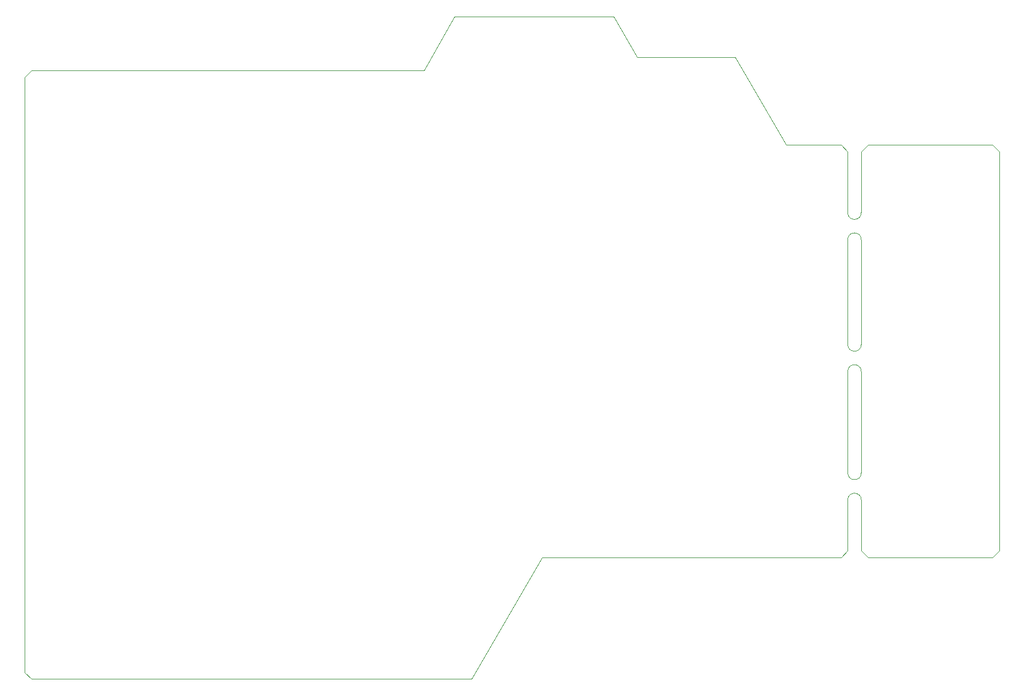
<source format=gbr>
%TF.GenerationSoftware,KiCad,Pcbnew,(6.0.4)*%
%TF.CreationDate,2022-05-02T18:01:09+08:00*%
%TF.ProjectId,RP2040 Board V1.0,52503230-3430-4204-926f-617264205631,rev?*%
%TF.SameCoordinates,Original*%
%TF.FileFunction,Profile,NP*%
%FSLAX46Y46*%
G04 Gerber Fmt 4.6, Leading zero omitted, Abs format (unit mm)*
G04 Created by KiCad (PCBNEW (6.0.4)) date 2022-05-02 18:01:09*
%MOMM*%
%LPD*%
G01*
G04 APERTURE LIST*
%TA.AperFunction,Profile*%
%ADD10C,0.100000*%
%TD*%
G04 APERTURE END LIST*
D10*
X78500000Y-69000000D02*
X102000000Y-69000000D01*
X136600000Y-140500000D02*
X136600000Y-148000000D01*
X138600000Y-89000000D02*
X139600000Y-88000000D01*
X136600000Y-89000000D02*
X136600000Y-98000000D01*
X74000000Y-77000000D02*
X78500000Y-69000000D01*
X16000000Y-167000000D02*
X81000000Y-167000000D01*
X138600000Y-102000000D02*
G75*
G03*
X136600000Y-102000000I-1000000J0D01*
G01*
X138600000Y-121500000D02*
G75*
G03*
X136600000Y-121500000I-1000000J0D01*
G01*
X136600000Y-102000000D02*
X136600000Y-117500000D01*
X158000000Y-149000000D02*
X159000000Y-148000000D01*
X138600000Y-121500000D02*
X138600000Y-136500000D01*
X138600000Y-98000000D02*
X138600000Y-89000000D01*
X159000000Y-148000000D02*
X159000000Y-89000000D01*
X135600000Y-88000000D02*
X136600000Y-89000000D01*
X139600000Y-88000000D02*
X158000000Y-88000000D01*
X138600000Y-140500000D02*
G75*
G03*
X136600000Y-140500000I-1000000J0D01*
G01*
X136600000Y-121500000D02*
X136600000Y-136500000D01*
X138600000Y-102000000D02*
X138600000Y-117500000D01*
X139600000Y-149000000D02*
X138600000Y-148000000D01*
X139600000Y-149000000D02*
X158000000Y-149000000D01*
X136600000Y-136500000D02*
G75*
G03*
X138600000Y-136500000I1000000J0D01*
G01*
X74000000Y-77000000D02*
X16000000Y-77000000D01*
X135600000Y-149000000D02*
X136600000Y-148000000D01*
X127500000Y-88000000D02*
X120000000Y-75000000D01*
X81000000Y-167000000D02*
X91400000Y-149000000D01*
X138600000Y-140500000D02*
X138600000Y-148000000D01*
X105500000Y-75000000D02*
X120000000Y-75000000D01*
X15000000Y-166000000D02*
X15000000Y-78000000D01*
X136600000Y-98000000D02*
G75*
G03*
X138600000Y-98000000I1000000J0D01*
G01*
X91400000Y-149000000D02*
X135600000Y-149000000D01*
X127500000Y-88000000D02*
X135600000Y-88000000D01*
X105500000Y-75000000D02*
X102000000Y-69000000D01*
X16000000Y-167000000D02*
X15000000Y-166000000D01*
X15000000Y-78000000D02*
X16000000Y-77000000D01*
X159000000Y-89000000D02*
X158000000Y-88000000D01*
X136600000Y-117500000D02*
G75*
G03*
X138600000Y-117500000I1000000J0D01*
G01*
M02*

</source>
